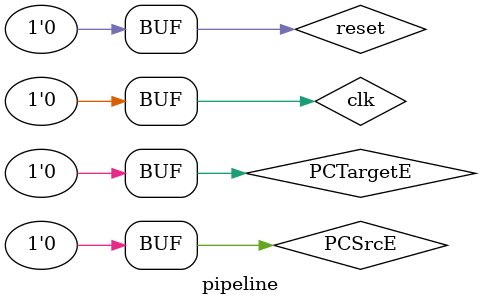
<source format=sv>

module pipeline ();


  logic        clk;
  logic        reset;

  logic [31:0] WriteData, DataAdr;
  logic        MemWrite;
  
  // initialize test
  initial
    begin
      reset <= 1; # 22; reset <= 0;
    end

  // generate clock to sequence tests
  always
    begin
      clk <= 1; # 5; clk <= 0; # 5;
    end



//~~~~~~~~~~~~~~~~~iFetch Module~~~~~~~~~~~~~~~~~~~~~~

  logic [31:0] tb_Instr, tb_PC;
  logic tb_PCSrcE;
  logic [31:0] tb_PCF, tb_PCPlus4F;


  ifetch ifetch1( PCSrcE,PCPlus4F,PCTargetE,InstrD,PCD,PCPlus4D); 

   initial begin      
    PCSrcE <= 0;    
    PCTargetE <= 0;      
   end                    


endmodule // pipeline

</source>
